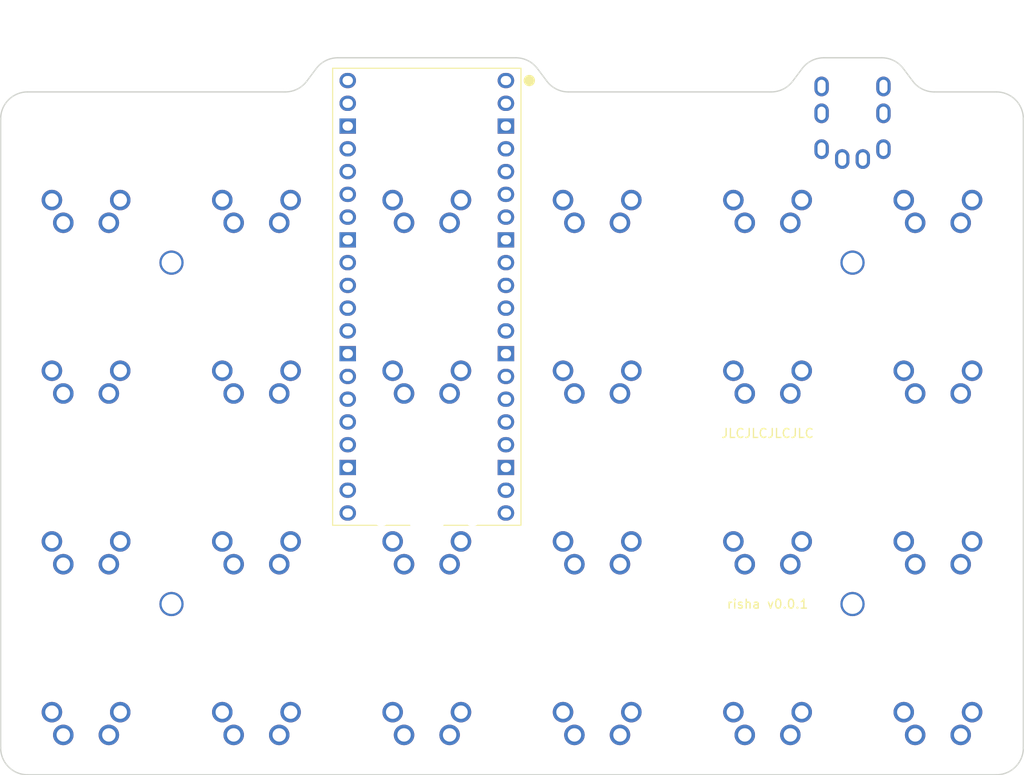
<source format=kicad_pcb>
(kicad_pcb (version 20221018) (generator pcbnew)
  (title_block (title "risha_pcb") (rev "v1.0.0") (company "Unknown"))
  (layers (0 "F.Cu" signal) (31 "B.Cu" signal) (34 "B.Paste" user) (35 "F.Paste" user) (36 "B.SilkS" user "B.Silkscreen") (37 "F.SilkS" user "F.Silkscreen") (38 "B.Mask" user) (39 "F.Mask" user) (44 "Edge.Cuts" user))
  (net 0 "")
  (net 1 "matrix_outer_mod")
  (net 2 "GND")
  (net 3 "matrix_outer_bottom")
  (net 4 "matrix_outer_home")
  (net 5 "matrix_outer_top")
  (net 6 "matrix_pinky_mod")
  (net 7 "matrix_pinky_bottom")
  (net 8 "matrix_pinky_home")
  (net 9 "matrix_pinky_top")
  (net 10 "matrix_ring_mod")
  (net 11 "matrix_ring_bottom")
  (net 12 "matrix_ring_home")
  (net 13 "matrix_ring_top")
  (net 14 "matrix_middle_mod")
  (net 15 "matrix_middle_bottom")
  (net 16 "matrix_middle_home")
  (net 17 "matrix_middle_top")
  (net 18 "matrix_index_mod")
  (net 19 "matrix_index_bottom")
  (net 20 "matrix_index_home")
  (net 21 "matrix_index_top")
  (net 22 "matrix_inner_mod")
  (net 23 "matrix_inner_bottom")
  (net 24 "matrix_inner_home")
  (net 25 "matrix_inner_top")
  (net 26 "GP0")
  (net 27 "GP1")
  (net 28 "GP2")
  (net 29 "GP3")
  (net 30 "GP4")
  (net 31 "GP5")
  (net 32 "GP6")
  (net 33 "GP7")
  (net 34 "GP8")
  (net 35 "GP9")
  (net 36 "GP10")
  (net 37 "GP11")
  (net 38 "GP12")
  (net 39 "GP13")
  (net 40 "GP14")
  (net 41 "GP15")
  (net 42 "GP16")
  (net 43 "GP17")
  (net 44 "GP18")
  (net 45 "GP19")
  (net 46 "GP20")
  (net 47 "GP21")
  (net 48 "GP22")
  (net 49 "RUN")
  (net 50 "GP26")
  (net 51 "GP27")
  (net 52 "AGND")
  (net 53 "GP28")
  (net 54 "ADC_VREF")
  (net 55 "3V3")
  (net 56 "3V3_EN")
  (net 57 "VSYS")
  (net 58 "VBUS")
  (footprint "MX" (layer "F.Cu") (at 171.4 114.3 180)
    (fp_text reference "S7" hide)
    (fp_text value "" hide)
    (pad "" np_thru_hole circle (at -5.08 0) (size 1.7018 1.7018) (drill 1.7018) (layers "*.Cu" "*.Mask"))
    (pad "" np_thru_hole circle (at 0 0) (size 3.9878 3.9878) (drill 3.9878) (layers "*.Cu" "*.Mask"))
    (pad "" np_thru_hole circle (at 5.08 0) (size 1.7018 1.7018) (drill 1.7018) (layers "*.Cu" "*.Mask"))
    (pad "1" thru_hole circle (at -2.54 -5.08) (size 2.286 2.286) (drill 1.4986) (layers "*.Cu" "*.Mask") (net 8 "matrix_pinky_home"))
    (pad "1" thru_hole circle (at 2.54 -5.08) (size 2.286 2.286) (drill 1.4986) (layers "*.Cu" "*.Mask") (net 8 "matrix_pinky_home"))
    (pad "2" thru_hole circle (at -3.81 -2.54) (size 2.286 2.286) (drill 1.4986) (layers "*.Cu" "*.Mask") (net 2 "GND"))
    (pad "2" thru_hole circle (at 3.81 -2.54) (size 2.286 2.286) (drill 1.4986) (layers "*.Cu" "*.Mask") (net 2 "GND"))
  )
  (footprint "MX" (layer "F.Cu") (at 209.4 114.3 180)
    (fp_text reference "S15" hide)
    (fp_text value "" hide)
    (pad "" np_thru_hole circle (at -5.08 0) (size 1.7018 1.7018) (drill 1.7018) (layers "*.Cu" "*.Mask"))
    (pad "" np_thru_hole circle (at 0 0) (size 3.9878 3.9878) (drill 3.9878) (layers "*.Cu" "*.Mask"))
    (pad "" np_thru_hole circle (at 5.08 0) (size 1.7018 1.7018) (drill 1.7018) (layers "*.Cu" "*.Mask"))
    (pad "1" thru_hole circle (at -2.54 -5.08) (size 2.286 2.286) (drill 1.4986) (layers "*.Cu" "*.Mask") (net 16 "matrix_middle_home"))
    (pad "1" thru_hole circle (at 2.54 -5.08) (size 2.286 2.286) (drill 1.4986) (layers "*.Cu" "*.Mask") (net 16 "matrix_middle_home"))
    (pad "2" thru_hole circle (at -3.81 -2.54) (size 2.286 2.286) (drill 1.4986) (layers "*.Cu" "*.Mask") (net 2 "GND"))
    (pad "2" thru_hole circle (at 3.81 -2.54) (size 2.286 2.286) (drill 1.4986) (layers "*.Cu" "*.Mask") (net 2 "GND"))
  )
  (footprint "MX" (layer "F.Cu") (at 228.4 114.3 180)
    (fp_text reference "S19" hide)
    (fp_text value "" hide)
    (pad "" np_thru_hole circle (at -5.08 0) (size 1.7018 1.7018) (drill 1.7018) (layers "*.Cu" "*.Mask"))
    (pad "" np_thru_hole circle (at 0 0) (size 3.9878 3.9878) (drill 3.9878) (layers "*.Cu" "*.Mask"))
    (pad "" np_thru_hole circle (at 5.08 0) (size 1.7018 1.7018) (drill 1.7018) (layers "*.Cu" "*.Mask"))
    (pad "1" thru_hole circle (at -2.54 -5.08) (size 2.286 2.286) (drill 1.4986) (layers "*.Cu" "*.Mask") (net 20 "matrix_index_home"))
    (pad "1" thru_hole circle (at 2.54 -5.08) (size 2.286 2.286) (drill 1.4986) (layers "*.Cu" "*.Mask") (net 20 "matrix_index_home"))
    (pad "2" thru_hole circle (at -3.81 -2.54) (size 2.286 2.286) (drill 1.4986) (layers "*.Cu" "*.Mask") (net 2 "GND"))
    (pad "2" thru_hole circle (at 3.81 -2.54) (size 2.286 2.286) (drill 1.4986) (layers "*.Cu" "*.Mask") (net 2 "GND"))
  )
  (footprint "MX" (layer "F.Cu") (at 152.4 152.4 180)
    (fp_text reference "S1" hide)
    (fp_text value "" hide)
    (pad "" np_thru_hole circle (at -5.08 0) (size 1.7018 1.7018) (drill 1.7018) (layers "*.Cu" "*.Mask"))
    (pad "" np_thru_hole circle (at 0 0) (size 3.9878 3.9878) (drill 3.9878) (layers "*.Cu" "*.Mask"))
    (pad "" np_thru_hole circle (at 5.08 0) (size 1.7018 1.7018) (drill 1.7018) (layers "*.Cu" "*.Mask"))
    (pad "1" thru_hole circle (at -2.54 -5.08) (size 2.286 2.286) (drill 1.4986) (layers "*.Cu" "*.Mask") (net 1 "matrix_outer_mod"))
    (pad "1" thru_hole circle (at 2.54 -5.08) (size 2.286 2.286) (drill 1.4986) (layers "*.Cu" "*.Mask") (net 1 "matrix_outer_mod"))
    (pad "2" thru_hole circle (at -3.81 -2.54) (size 2.286 2.286) (drill 1.4986) (layers "*.Cu" "*.Mask") (net 2 "GND"))
    (pad "2" thru_hole circle (at 3.81 -2.54) (size 2.286 2.286) (drill 1.4986) (layers "*.Cu" "*.Mask") (net 2 "GND"))
  )
  (footprint "MX" (layer "F.Cu") (at 209.4 95.25 180)
    (fp_text reference "S16" hide)
    (fp_text value "" hide)
    (pad "" np_thru_hole circle (at -5.08 0) (size 1.7018 1.7018) (drill 1.7018) (layers "*.Cu" "*.Mask"))
    (pad "" np_thru_hole circle (at 0 0) (size 3.9878 3.9878) (drill 3.9878) (layers "*.Cu" "*.Mask"))
    (pad "" np_thru_hole circle (at 5.08 0) (size 1.7018 1.7018) (drill 1.7018) (layers "*.Cu" "*.Mask"))
    (pad "1" thru_hole circle (at -2.54 -5.08) (size 2.286 2.286) (drill 1.4986) (layers "*.Cu" "*.Mask") (net 17 "matrix_middle_top"))
    (pad "1" thru_hole circle (at 2.54 -5.08) (size 2.286 2.286) (drill 1.4986) (layers "*.Cu" "*.Mask") (net 17 "matrix_middle_top"))
    (pad "2" thru_hole circle (at -3.81 -2.54) (size 2.286 2.286) (drill 1.4986) (layers "*.Cu" "*.Mask") (net 2 "GND"))
    (pad "2" thru_hole circle (at 3.81 -2.54) (size 2.286 2.286) (drill 1.4986) (layers "*.Cu" "*.Mask") (net 2 "GND"))
  )
  (footprint "MX" (layer "F.Cu") (at 152.4 95.25 180)
    (fp_text reference "S4" hide)
    (fp_text value "" hide)
    (pad "" np_thru_hole circle (at -5.08 0) (size 1.7018 1.7018) (drill 1.7018) (layers "*.Cu" "*.Mask"))
    (pad "" np_thru_hole circle (at 0 0) (size 3.9878 3.9878) (drill 3.9878) (layers "*.Cu" "*.Mask"))
    (pad "" np_thru_hole circle (at 5.08 0) (size 1.7018 1.7018) (drill 1.7018) (layers "*.Cu" "*.Mask"))
    (pad "1" thru_hole circle (at -2.54 -5.08) (size 2.286 2.286) (drill 1.4986) (layers "*.Cu" "*.Mask") (net 5 "matrix_outer_top"))
    (pad "1" thru_hole circle (at 2.54 -5.08) (size 2.286 2.286) (drill 1.4986) (layers "*.Cu" "*.Mask") (net 5 "matrix_outer_top"))
    (pad "2" thru_hole circle (at -3.81 -2.54) (size 2.286 2.286) (drill 1.4986) (layers "*.Cu" "*.Mask") (net 2 "GND"))
    (pad "2" thru_hole circle (at 3.81 -2.54) (size 2.286 2.286) (drill 1.4986) (layers "*.Cu" "*.Mask") (net 2 "GND"))
  )
  (footprint "MX" (layer "F.Cu") (at 152.4 133.35 180)
    (fp_text reference "S2" hide)
    (fp_text value "" hide)
    (pad "" np_thru_hole circle (at -5.08 0) (size 1.7018 1.7018) (drill 1.7018) (layers "*.Cu" "*.Mask"))
    (pad "" np_thru_hole circle (at 0 0) (size 3.9878 3.9878) (drill 3.9878) (layers "*.Cu" "*.Mask"))
    (pad "" np_thru_hole circle (at 5.08 0) (size 1.7018 1.7018) (drill 1.7018) (layers "*.Cu" "*.Mask"))
    (pad "1" thru_hole circle (at -2.54 -5.08) (size 2.286 2.286) (drill 1.4986) (layers "*.Cu" "*.Mask") (net 3 "matrix_outer_bottom"))
    (pad "1" thru_hole circle (at 2.54 -5.08) (size 2.286 2.286) (drill 1.4986) (layers "*.Cu" "*.Mask") (net 3 "matrix_outer_bottom"))
    (pad "2" thru_hole circle (at -3.81 -2.54) (size 2.286 2.286) (drill 1.4986) (layers "*.Cu" "*.Mask") (net 2 "GND"))
    (pad "2" thru_hole circle (at 3.81 -2.54) (size 2.286 2.286) (drill 1.4986) (layers "*.Cu" "*.Mask") (net 2 "GND"))
  )
  (footprint "MX" (layer "F.Cu") (at 228.4 133.35 180)
    (fp_text reference "S18" hide)
    (fp_text value "" hide)
    (pad "" np_thru_hole circle (at -5.08 0) (size 1.7018 1.7018) (drill 1.7018) (layers "*.Cu" "*.Mask"))
    (pad "" np_thru_hole circle (at 0 0) (size 3.9878 3.9878) (drill 3.9878) (layers "*.Cu" "*.Mask"))
    (pad "" np_thru_hole circle (at 5.08 0) (size 1.7018 1.7018) (drill 1.7018) (layers "*.Cu" "*.Mask"))
    (pad "1" thru_hole circle (at -2.54 -5.08) (size 2.286 2.286) (drill 1.4986) (layers "*.Cu" "*.Mask") (net 19 "matrix_index_bottom"))
    (pad "1" thru_hole circle (at 2.54 -5.08) (size 2.286 2.286) (drill 1.4986) (layers "*.Cu" "*.Mask") (net 19 "matrix_index_bottom"))
    (pad "2" thru_hole circle (at -3.81 -2.54) (size 2.286 2.286) (drill 1.4986) (layers "*.Cu" "*.Mask") (net 2 "GND"))
    (pad "2" thru_hole circle (at 3.81 -2.54) (size 2.286 2.286) (drill 1.4986) (layers "*.Cu" "*.Mask") (net 2 "GND"))
  )
  (footprint "TRRS-PJ-320A-dual" (layer "F.Cu") (at 239.025 81.915)
    (fp_text reference "TRRS1")
    (fp_text value "TRRS-PJ-320A-dual")
    (pad "" np_thru_hole circle (at -2.3 1.6) (size 1.5 1.5) (drill 1.5) (layers "*.Cu" "*.Mask"))
    (pad "" np_thru_hole circle (at -2.3 8.6) (size 1.5 1.5) (drill 1.5) (layers "*.Cu" "*.Mask"))
    (pad "" np_thru_hole circle (at 0 1.6) (size 1.5 1.5) (drill 1.5) (layers "*.Cu" "*.Mask"))
    (pad "" np_thru_hole circle (at 0 8.6) (size 1.5 1.5) (drill 1.5) (layers "*.Cu" "*.Mask"))
    (pad "1" thru_hole oval (at -2.3 11.3) (size 1.6 2.2) (drill oval 0.9 1.5) (layers "*.Cu" "*.Mask") (net 55 "3V3"))
    (pad "1" thru_hole oval (at 0 11.3) (size 1.6 2.2) (drill oval 0.9 1.5) (layers "*.Cu" "*.Mask") (net 55 "3V3"))
    (pad "2" thru_hole oval (at -4.6 10.2) (size 1.6 2.2) (drill oval 0.9 1.5) (layers "*.Cu" "*.Mask") (net 2 "GND"))
    (pad "2" thru_hole oval (at 2.3 10.2) (size 1.6 2.2) (drill oval 0.9 1.5) (layers "*.Cu" "*.Mask") (net 2 "GND"))
    (pad "3" thru_hole oval (at -4.6 6.2) (size 1.6 2.2) (drill oval 0.9 1.5) (layers "*.Cu" "*.Mask") (net 27 "GP1"))
    (pad "3" thru_hole oval (at 2.3 6.2) (size 1.6 2.2) (drill oval 0.9 1.5) (layers "*.Cu" "*.Mask") (net 26 "GP0"))
    (pad "4" thru_hole oval (at -4.6 3.2) (size 1.6 2.2) (drill oval 0.9 1.5) (layers "*.Cu" "*.Mask") (net 26 "GP0"))
    (pad "4" thru_hole oval (at 2.3 3.2) (size 1.6 2.2) (drill oval 0.9 1.5) (layers "*.Cu" "*.Mask") (net 27 "GP1"))
  )
  (footprint "RPi_Pico_TH_oval_face_down" (layer "F.Cu") (at 190.4 108.585)
    (fp_text reference "U0" hide)
    (fp_text value "Pico")
    (fp_line (start -10.5 -25.5) (end -10.5 25.5) (stroke (width 0.12)) (layer "F.SilkS"))
    (fp_line (start -10.5 -25.5) (end 10.5 -25.5) (stroke (width 0.12)) (layer "F.SilkS"))
    (fp_line (start -10.5 25.5) (end 10.5 25.5) (stroke (width 0.12)) (layer "F.SilkS"))
    (fp_line (start 10.5 -25.5) (end 10.5 25.5) (stroke (width 0.12)) (layer "F.SilkS"))
    (fp_circle (center 11.43 -24.13) (end 12.065 -24.13) (fill solid) (layer "F.SilkS"))
    (pad "1" thru_hole oval (at 8.82 -24.13) (size 1.84 1.7) (drill oval 1.16 1.02) (layers "*.Cu" "*.Mask") (net 26 "GP0"))
    (pad "2" thru_hole oval (at 8.82 -21.59) (size 1.84 1.7) (drill oval 1.16 1.02) (layers "*.Cu" "*.Mask") (net 27 "GP1"))
    (pad "3" thru_hole rect (at 8.82 -19.05) (size 1.84 1.7) (drill oval 1.16 1.02) (layers "*.Cu" "*.Mask") (net 2 "GND"))
    (pad "4" thru_hole oval (at 8.82 -16.51) (size 1.84 1.7) (drill oval 1.16 1.02) (layers "*.Cu" "*.Mask") (net 28 "GP2"))
    (pad "5" thru_hole oval (at 8.82 -13.97) (size 1.84 1.7) (drill oval 1.16 1.02) (layers "*.Cu" "*.Mask") (net 29 "GP3"))
    (pad "6" thru_hole oval (at 8.82 -11.43) (size 1.84 1.7) (drill oval 1.16 1.02) (layers "*.Cu" "*.Mask") (net 30 "GP4"))
    (pad "7" thru_hole oval (at 8.82 -8.89) (size 1.84 1.7) (drill oval 1.16 1.02) (layers "*.Cu" "*.Mask") (net 31 "GP5"))
    (pad "8" thru_hole rect (at 8.82 -6.35) (size 1.84 1.7) (drill oval 1.16 1.02) (layers "*.Cu" "*.Mask") (net 2 "GND"))
    (pad "9" thru_hole oval (at 8.82 -3.81) (size 1.84 1.7) (drill oval 1.16 1.02) (layers "*.Cu" "*.Mask") (net 32 "GP6"))
    (pad "10" thru_hole oval (at 8.82 -1.27) (size 1.84 1.7) (drill oval 1.16 1.02) (layers "*.Cu" "*.Mask") (net 33 "GP7"))
    (pad "11" thru_hole oval (at 8.82 1.27) (size 1.84 1.7) (drill oval 1.16 1.02) (layers "*.Cu" "*.Mask") (net 34 "GP8"))
    (pad "12" thru_hole oval (at 8.82 3.81) (size 1.84 1.7) (drill oval 1.16 1.02) (layers "*.Cu" "*.Mask") (net 35 "GP9"))
    (pad "13" thru_hole rect (at 8.82 6.35) (size 1.84 1.7) (drill oval 1.16 1.02) (layers "*.Cu" "*.Mask") (net 2 "GND"))
    (pad "14" thru_hole oval (at 8.82 8.89) (size 1.84 1.7) (drill oval 1.16 1.02) (layers "*.Cu" "*.Mask") (net 36 "GP10"))
    (pad "15" thru_hole oval (at 8.82 11.43) (size 1.84 1.7) (drill oval 1.16 1.02) (layers "*.Cu" "*.Mask") (net 37 "GP11"))
    (pad "16" thru_hole oval (at 8.82 13.97) (size 1.84 1.7) (drill oval 1.16 1.02) (layers "*.Cu" "*.Mask") (net 38 "GP12"))
    (pad "17" thru_hole oval (at 8.82 16.51) (size 1.84 1.7) (drill oval 1.16 1.02) (layers "*.Cu" "*.Mask") (net 39 "GP13"))
    (pad "18" thru_hole rect (at 8.82 19.05) (size 1.84 1.7) (drill oval 1.16 1.02) (layers "*.Cu" "*.Mask") (net 2 "GND"))
    (pad "19" thru_hole oval (at 8.82 21.59) (size 1.84 1.7) (drill oval 1.16 1.02) (layers "*.Cu" "*.Mask") (net 40 "GP14"))
    (pad "20" thru_hole oval (at 8.82 24.13) (size 1.84 1.7) (drill oval 1.16 1.02) (layers "*.Cu" "*.Mask") (net 41 "GP15"))
    (pad "21" thru_hole oval (at -8.82 24.13) (size 1.84 1.7) (drill oval 1.16 1.02) (layers "*.Cu" "*.Mask") (net 42 "GP16"))
    (pad "22" thru_hole oval (at -8.82 21.59) (size 1.84 1.7) (drill oval 1.16 1.02) (layers "*.Cu" "*.Mask") (net 43 "GP17"))
    (pad "23" thru_hole rect (at -8.82 19.05) (size 1.84 1.7) (drill oval 1.16 1.02) (layers "*.Cu" "*.Mask") (net 2 "GND"))
    (pad "24" thru_hole oval (at -8.82 16.51) (size 1.84 1.7) (drill oval 1.16 1.02) (layers "*.Cu" "*.Mask") (net 44 "GP18"))
    (pad "25" thru_hole oval (at -8.82 13.97) (size 1.84 1.7) (drill oval 1.16 1.02) (layers "*.Cu" "*.Mask") (net 45 "GP19"))
    (pad "26" thru_hole oval (at -8.82 11.43) (size 1.84 1.7) (drill oval 1.16 1.02) (layers "*.Cu" "*.Mask") (net 46 "GP20"))
    (pad "27" thru_hole oval (at -8.82 8.89) (size 1.84 1.7) (drill oval 1.16 1.02) (layers "*.Cu" "*.Mask") (net 47 "GP21"))
    (pad "28" thru_hole rect (at -8.82 6.35) (size 1.84 1.7) (drill oval 1.16 1.02) (layers "*.Cu" "*.Mask") (net 2 "GND"))
    (pad "29" thru_hole oval (at -8.82 3.81) (size 1.84 1.7) (drill oval 1.16 1.02) (layers "*.Cu" "*.Mask") (net 48 "GP22"))
    (pad "30" thru_hole oval (at -8.82 1.27) (size 1.84 1.7) (drill oval 1.16 1.02) (layers "*.Cu" "*.Mask") (net 49 "RUN"))
    (pad "31" thru_hole oval (at -8.82 -1.27) (size 1.84 1.7) (drill oval 1.16 1.02) (layers "*.Cu" "*.Mask") (net 50 "GP26"))
    (pad "32" thru_hole oval (at -8.82 -3.81) (size 1.84 1.7) (drill oval 1.16 1.02) (layers "*.Cu" "*.Mask") (net 51 "GP27"))
    (pad "33" thru_hole rect (at -8.82 -6.35) (size 1.84 1.7) (drill oval 1.16 1.02) (layers "*.Cu" "*.Mask") (net 52 "AGND"))
    (pad "34" thru_hole oval (at -8.82 -8.89) (size 1.84 1.7) (drill oval 1.16 1.02) (layers "*.Cu" "*.Mask") (net 53 "GP28"))
    (pad "35" thru_hole oval (at -8.82 -11.43) (size 1.84 1.7) (drill oval 1.16 1.02) (layers "*.Cu" "*.Mask") (net 54 "ADC_VREF"))
    (pad "36" thru_hole oval (at -8.82 -13.97) (size 1.84 1.7) (drill oval 1.16 1.02) (layers "*.Cu" "*.Mask") (net 55 "3V3"))
    (pad "37" thru_hole oval (at -8.82 -16.51) (size 1.84 1.7) (drill oval 1.16 1.02) (layers "*.Cu" "*.Mask") (net 56 "3V3_EN"))
    (pad "38" thru_hole rect (at -8.82 -19.05) (size 1.84 1.7) (drill oval 1.16 1.02) (layers "*.Cu" "*.Mask") (net 2 "GND"))
    (pad "39" thru_hole oval (at -8.82 -21.59) (size 1.84 1.7) (drill oval 1.16 1.02) (layers "*.Cu" "*.Mask") (net 57 "VSYS"))
    (pad "40" thru_hole oval (at -8.82 -24.13) (size 1.84 1.7) (drill oval 1.16 1.02) (layers "*.Cu" "*.Mask") (net 58 "VBUS"))
  )
  (footprint "MX" (layer "F.Cu") (at 209.4 152.4 180)
    (fp_text reference "S13" hide)
    (fp_text value "" hide)
    (pad "" np_thru_hole circle (at -5.08 0) (size 1.7018 1.7018) (drill 1.7018) (layers "*.Cu" "*.Mask"))
    (pad "" np_thru_hole circle (at 0 0) (size 3.9878 3.9878) (drill 3.9878) (layers "*.Cu" "*.Mask"))
    (pad "" np_thru_hole circle (at 5.08 0) (size 1.7018 1.7018) (drill 1.7018) (layers "*.Cu" "*.Mask"))
    (pad "1" thru_hole circle (at -2.54 -5.08) (size 2.286 2.286) (drill 1.4986) (layers "*.Cu" "*.Mask") (net 14 "matrix_middle_mod"))
    (pad "1" thru_hole circle (at 2.54 -5.08) (size 2.286 2.286) (drill 1.4986) (layers "*.Cu" "*.Mask") (net 14 "matrix_middle_mod"))
    (pad "2" thru_hole circle (at -3.81 -2.54) (size 2.286 2.286) (drill 1.4986) (layers "*.Cu" "*.Mask") (net 2 "GND"))
    (pad "2" thru_hole circle (at 3.81 -2.54) (size 2.286 2.286) (drill 1.4986) (layers "*.Cu" "*.Mask") (net 2 "GND"))
  )
  (footprint "MX" (layer "F.Cu") (at 247.4 95.25 180)
    (fp_text reference "S24" hide)
    (fp_text value "" hide)
    (pad "" np_thru_hole circle (at -5.08 0) (size 1.7018 1.7018) (drill 1.7018) (layers "*.Cu" "*.Mask"))
    (pad "" np_thru_hole circle (at 0 0) (size 3.9878 3.9878) (drill 3.9878) (layers "*.Cu" "*.Mask"))
    (pad "" np_thru_hole circle (at 5.08 0) (size 1.7018 1.7018) (drill 1.7018) (layers "*.Cu" "*.Mask"))
    (pad "1" thru_hole circle (at -2.54 -5.08) (size 2.286 2.286) (drill 1.4986) (layers "*.Cu" "*.Mask") (net 25 "matrix_inner_top"))
    (pad "1" thru_hole circle (at 2.54 -5.08) (size 2.286 2.286) (drill 1.4986) (layers "*.Cu" "*.Mask") (net 25 "matrix_inner_top"))
    (pad "2" thru_hole circle (at -3.81 -2.54) (size 2.286 2.286) (drill 1.4986) (layers "*.Cu" "*.Mask") (net 2 "GND"))
    (pad "2" thru_hole circle (at 3.81 -2.54) (size 2.286 2.286) (drill 1.4986) (layers "*.Cu" "*.Mask") (net 2 "GND"))
  )
  (footprint "MX" (layer "F.Cu") (at 171.4 152.4 180)
    (fp_text reference "S5" hide)
    (fp_text value "" hide)
    (pad "" np_thru_hole circle (at -5.08 0) (size 1.7018 1.7018) (drill 1.7018) (layers "*.Cu" "*.Mask"))
    (pad "" np_thru_hole circle (at 0 0) (size 3.9878 3.9878) (drill 3.9878) (layers "*.Cu" "*.Mask"))
    (pad "" np_thru_hole circle (at 5.08 0) (size 1.7018 1.7018) (drill 1.7018) (layers "*.Cu" "*.Mask"))
    (pad "1" thru_hole circle (at -2.54 -5.08) (size 2.286 2.286) (drill 1.4986) (layers "*.Cu" "*.Mask") (net 6 "matrix_pinky_mod"))
    (pad "1" thru_hole circle (at 2.54 -5.08) (size 2.286 2.286) (drill 1.4986) (layers "*.Cu" "*.Mask") (net 6 "matrix_pinky_mod"))
    (pad "2" thru_hole circle (at -3.81 -2.54) (size 2.286 2.286) (drill 1.4986) (layers "*.Cu" "*.Mask") (net 2 "GND"))
    (pad "2" thru_hole circle (at 3.81 -2.54) (size 2.286 2.286) (drill 1.4986) (layers "*.Cu" "*.Mask") (net 2 "GND"))
  )
  (footprint "MX" (layer "F.Cu") (at 190.4 152.4 180)
    (fp_text reference "S9" hide)
    (fp_text value "" hide)
    (pad "" np_thru_hole circle (at -5.08 0) (size 1.7018 1.7018) (drill 1.7018) (layers "*.Cu" "*.Mask"))
    (pad "" np_thru_hole circle (at 0 0) (size 3.9878 3.9878) (drill 3.9878) (layers "*.Cu" "*.Mask"))
    (pad "" np_thru_hole circle (at 5.08 0) (size 1.7018 1.7018) (drill 1.7018) (layers "*.Cu" "*.Mask"))
    (pad "1" thru_hole circle (at -2.54 -5.08) (size 2.286 2.286) (drill 1.4986) (layers "*.Cu" "*.Mask") (net 10 "matrix_ring_mod"))
    (pad "1" thru_hole circle (at 2.54 -5.08) (size 2.286 2.286) (drill 1.4986) (layers "*.Cu" "*.Mask") (net 10 "matrix_ring_mod"))
    (pad "2" thru_hole circle (at -3.81 -2.54) (size 2.286 2.286) (drill 1.4986) (layers "*.Cu" "*.Mask") (net 2 "GND"))
    (pad "2" thru_hole circle (at 3.81 -2.54) (size 2.286 2.286) (drill 1.4986) (layers "*.Cu" "*.Mask") (net 2 "GND"))
  )
  (footprint "DrillHole" (layer "F.Cu") (at 161.925 142.875)
    (fp_text reference "" (at 0 0) (layer "F.SilkS") (effects (font (size 1.27 1.27))))
    (fp_text value "" (at 0 0) (layer "F.SilkS") (effects (font (size 1.27 1.27))))
    (pad "" thru_hole circle (at 0 0) (size 2.7 2.7) (drill 2.2) (layers "*.Cu" "*.Mask"))
  )
  (footprint "MX" (layer "F.Cu") (at 190.4 114.3 180)
    (fp_text reference "S11" hide)
    (fp_text value "" hide)
    (pad "" np_thru_hole circle (at -5.08 0) (size 1.7018 1.7018) (drill 1.7018) (layers "*.Cu" "*.Mask"))
    (pad "" np_thru_hole circle (at 0 0) (size 3.9878 3.9878) (drill 3.9878) (layers "*.Cu" "*.Mask"))
    (pad "" np_thru_hole circle (at 5.08 0) (size 1.7018 1.7018) (drill 1.7018) (layers "*.Cu" "*.Mask"))
    (pad "1" thru_hole circle (at -2.54 -5.08) (size 2.286 2.286) (drill 1.4986) (layers "*.Cu" "*.Mask") (net 12 "matrix_ring_home"))
    (pad "1" thru_hole circle (at 2.54 -5.08) (size 2.286 2.286) (drill 1.4986) (layers "*.Cu" "*.Mask") (net 12 "matrix_ring_home"))
    (pad "2" thru_hole circle (at -3.81 -2.54) (size 2.286 2.286) (drill 1.4986) (layers "*.Cu" "*.Mask") (net 2 "GND"))
    (pad "2" thru_hole circle (at 3.81 -2.54) (size 2.286 2.286) (drill 1.4986) (layers "*.Cu" "*.Mask") (net 2 "GND"))
  )
  (footprint "MX" (layer "F.Cu") (at 247.4 152.4 180)
    (fp_text reference "S21" hide)
    (fp_text value "" hide)
    (pad "" np_thru_hole circle (at -5.08 0) (size 1.7018 1.7018) (drill 1.7018) (layers "*.Cu" "*.Mask"))
    (pad "" np_thru_hole circle (at 0 0) (size 3.9878 3.9878) (drill 3.9878) (layers "*.Cu" "*.Mask"))
    (pad "" np_thru_hole circle (at 5.08 0) (size 1.7018 1.7018) (drill 1.7018) (layers "*.Cu" "*.Mask"))
    (pad "1" thru_hole circle (at -2.54 -5.08) (size 2.286 2.286) (drill 1.4986) (layers "*.Cu" "*.Mask") (net 22 "matrix_inner_mod"))
    (pad "1" thru_hole circle (at 2.54 -5.08) (size 2.286 2.286) (drill 1.4986) (layers "*.Cu" "*.Mask") (net 22 "matrix_inner_mod"))
    (pad "2" thru_hole circle (at -3.81 -2.54) (size 2.286 2.286) (drill 1.4986) (layers "*.Cu" "*.Mask") (net 2 "GND"))
    (pad "2" thru_hole circle (at 3.81 -2.54) (size 2.286 2.286) (drill 1.4986) (layers "*.Cu" "*.Mask") (net 2 "GND"))
  )
  (footprint "MX" (layer "F.Cu") (at 209.4 133.35 180)
    (fp_text reference "S14" hide)
    (fp_text value "" hide)
    (pad "" np_thru_hole circle (at -5.08 0) (size 1.7018 1.7018) (drill 1.7018) (layers "*.Cu" "*.Mask"))
    (pad "" np_thru_hole circle (at 0 0) (size 3.9878 3.9878) (drill 3.9878) (layers "*.Cu" "*.Mask"))
    (pad "" np_thru_hole circle (at 5.08 0) (size 1.7018 1.7018) (drill 1.7018) (layers "*.Cu" "*.Mask"))
    (pad "1" thru_hole circle (at -2.54 -5.08) (size 2.286 2.286) (drill 1.4986) (layers "*.Cu" "*.Mask") (net 15 "matrix_middle_bottom"))
    (pad "1" thru_hole circle (at 2.54 -5.08) (size 2.286 2.286) (drill 1.4986) (layers "*.Cu" "*.Mask") (net 15 "matrix_middle_bottom"))
    (pad "2" thru_hole circle (at -3.81 -2.54) (size 2.286 2.286) (drill 1.4986) (layers "*.Cu" "*.Mask") (net 2 "GND"))
    (pad "2" thru_hole circle (at 3.81 -2.54) (size 2.286 2.286) (drill 1.4986) (layers "*.Cu" "*.Mask") (net 2 "GND"))
  )
  (footprint "MX" (layer "F.Cu") (at 228.4 95.25 180)
    (fp_text reference "S20" hide)
    (fp_text value "" hide)
    (pad "" np_thru_hole circle (at -5.08 0) (size 1.7018 1.7018) (drill 1.7018) (layers "*.Cu" "*.Mask"))
    (pad "" np_thru_hole circle (at 0 0) (size 3.9878 3.9878) (drill 3.9878) (layers "*.Cu" "*.Mask"))
    (pad "" np_thru_hole circle (at 5.08 0) (size 1.7018 1.7018) (drill 1.7018) (layers "*.Cu" "*.Mask"))
    (pad "1" thru_hole circle (at -2.54 -5.08) (size 2.286 2.286) (drill 1.4986) (layers "*.Cu" "*.Mask") (net 21 "matrix_index_top"))
    (pad "1" thru_hole circle (at 2.54 -5.08) (size 2.286 2.286) (drill 1.4986) (layers "*.Cu" "*.Mask") (net 21 "matrix_index_top"))
    (pad "2" thru_hole circle (at -3.81 -2.54) (size 2.286 2.286) (drill 1.4986) (layers "*.Cu" "*.Mask") (net 2 "GND"))
    (pad "2" thru_hole circle (at 3.81 -2.54) (size 2.286 2.286) (drill 1.4986) (layers "*.Cu" "*.Mask") (net 2 "GND"))
  )
  (footprint "MX" (layer "F.Cu") (at 152.4 114.3 180)
    (fp_text reference "S3" hide)
    (fp_text value "" hide)
    (pad "" np_thru_hole circle (at -5.08 0) (size 1.7018 1.7018) (drill 1.7018) (layers "*.Cu" "*.Mask"))
    (pad "" np_thru_hole circle (at 0 0) (size 3.9878 3.9878) (drill 3.9878) (layers "*.Cu" "*.Mask"))
    (pad "" np_thru_hole circle (at 5.08 0) (size 1.7018 1.7018) (drill 1.7018) (layers "*.Cu" "*.Mask"))
    (pad "1" thru_hole circle (at -2.54 -5.08) (size 2.286 2.286) (drill 1.4986) (layers "*.Cu" "*.Mask") (net 4 "matrix_outer_home"))
    (pad "1" thru_hole circle (at 2.54 -5.08) (size 2.286 2.286) (drill 1.4986) (layers "*.Cu" "*.Mask") (net 4 "matrix_outer_home"))
    (pad "2" thru_hole circle (at -3.81 -2.54) (size 2.286 2.286) (drill 1.4986) (layers "*.Cu" "*.Mask") (net 2 "GND"))
    (pad "2" thru_hole circle (at 3.81 -2.54) (size 2.286 2.286) (drill 1.4986) (layers "*.Cu" "*.Mask") (net 2 "GND"))
  )
  (footprint "MX" (layer "F.Cu") (at 228.4 152.4 180)
    (fp_text reference "S17" hide)
    (fp_text value "" hide)
    (pad "" np_thru_hole circle (at -5.08 0) (size 1.7018 1.7018) (drill 1.7018) (layers "*.Cu" "*.Mask"))
    (pad "" np_thru_hole circle (at 0 0) (size 3.9878 3.9878) (drill 3.9878) (layers "*.Cu" "*.Mask"))
    (pad "" np_thru_hole circle (at 5.08 0) (size 1.7018 1.7018) (drill 1.7018) (layers "*.Cu" "*.Mask"))
    (pad "1" thru_hole circle (at -2.54 -5.08) (size 2.286 2.286) (drill 1.4986) (layers "*.Cu" "*.Mask") (net 18 "matrix_index_mod"))
    (pad "1" thru_hole circle (at 2.54 -5.08) (size 2.286 2.286) (drill 1.4986) (layers "*.Cu" "*.Mask") (net 18 "matrix_index_mod"))
    (pad "2" thru_hole circle (at -3.81 -2.54) (size 2.286 2.286) (drill 1.4986) (layers "*.Cu" "*.Mask") (net 2 "GND"))
    (pad "2" thru_hole circle (at 3.81 -2.54) (size 2.286 2.286) (drill 1.4986) (layers "*.Cu" "*.Mask") (net 2 "GND"))
  )
  (footprint "DrillHole" (layer "F.Cu") (at 161.925 104.775)
    (fp_text reference "" (at 0 0) (layer "F.SilkS") (effects (font (size 1.27 1.27))))
    (fp_text value "" (at 0 0) (layer "F.SilkS") (effects (font (size 1.27 1.27))))
    (pad "" thru_hole circle (at 0 0) (size 2.7 2.7) (drill 2.2) (layers "*.Cu" "*.Mask"))
  )
  (footprint "MX" (layer "F.Cu") (at 190.4 133.35 180)
    (fp_text reference "S10" hide)
    (fp_text value "" hide)
    (pad "" np_thru_hole circle (at -5.08 0) (size 1.7018 1.7018) (drill 1.7018) (layers "*.Cu" "*.Mask"))
    (pad "" np_thru_hole circle (at 0 0) (size 3.9878 3.9878) (drill 3.9878) (layers "*.Cu" "*.Mask"))
    (pad "" np_thru_hole circle (at 5.08 0) (size 1.7018 1.7018) (drill 1.7018) (layers "*.Cu" "*.Mask"))
    (pad "1" thru_hole circle (at -2.54 -5.08) (size 2.286 2.286) (drill 1.4986) (layers "*.Cu" "*.Mask") (net 11 "matrix_ring_bottom"))
    (pad "1" thru_hole circle (at 2.54 -5.08) (size 2.286 2.286) (drill 1.4986) (layers "*.Cu" "*.Mask") (net 11 "matrix_ring_bottom"))
    (pad "2" thru_hole circle (at -3.81 -2.54) (size 2.286 2.286) (drill 1.4986) (layers "*.Cu" "*.Mask") (net 2 "GND"))
    (pad "2" thru_hole circle (at 3.81 -2.54) (size 2.286 2.286) (drill 1.4986) (layers "*.Cu" "*.Mask") (net 2 "GND"))
  )
  (footprint "DrillHole" (layer "F.Cu") (at 237.875 142.875)
    (fp_text reference "" (at 0 0) (layer "F.SilkS") (effects (font (size 1.27 1.27))))
    (fp_text value "" (at 0 0) (layer "F.SilkS") (effects (font (size 1.27 1.27))))
    (pad "" thru_hole circle (at 0 0) (size 2.7 2.7) (drill 2.2) (layers "*.Cu" "*.Mask"))
  )
  (footprint "MX" (layer "F.Cu") (at 247.4 114.3 180)
    (fp_text reference "S23" hide)
    (fp_text value "" hide)
    (pad "" np_thru_hole circle (at -5.08 0) (size 1.7018 1.7018) (drill 1.7018) (layers "*.Cu" "*.Mask"))
    (pad "" np_thru_hole circle (at 0 0) (size 3.9878 3.9878) (drill 3.9878) (layers "*.Cu" "*.Mask"))
    (pad "" np_thru_hole circle (at 5.08 0) (size 1.7018 1.7018) (drill 1.7018) (layers "*.Cu" "*.Mask"))
    (pad "1" thru_hole circle (at -2.54 -5.08) (size 2.286 2.286) (drill 1.4986) (layers "*.Cu" "*.Mask") (net 24 "matrix_inner_home"))
    (pad "1" thru_hole circle (at 2.54 -5.08) (size 2.286 2.286) (drill 1.4986) (layers "*.Cu" "*.Mask") (net 24 "matrix_inner_home"))
    (pad "2" thru_hole circle (at -3.81 -2.54) (size 2.286 2.286) (drill 1.4986) (layers "*.Cu" "*.Mask") (net 2 "GND"))
    (pad "2" thru_hole circle (at 3.81 -2.54) (size 2.286 2.286) (drill 1.4986) (layers "*.Cu" "*.Mask") (net 2 "GND"))
  )
  (footprint "MX" (layer "F.Cu") (at 171.4 133.35 180)
    (fp_text reference "S6" hide)
    (fp_text value "" hide)
    (pad "" np_thru_hole circle (at -5.08 0) (size 1.7018 1.7018) (drill 1.7018) (layers "*.Cu" "*.Mask"))
    (pad "" np_thru_hole circle (at 0 0) (size 3.9878 3.9878) (drill 3.9878) (layers "*.Cu" "*.Mask"))
    (pad "" np_thru_hole circle (at 5.08 0) (size 1.7018 1.7018) (drill 1.7018) (layers "*.Cu" "*.Mask"))
    (pad "1" thru_hole circle (at -2.54 -5.08) (size 2.286 2.286) (drill 1.4986) (layers "*.Cu" "*.Mask") (net 7 "matrix_pinky_bottom"))
    (pad "1" thru_hole circle (at 2.54 -5.08) (size 2.286 2.286) (drill 1.4986) (layers "*.Cu" "*.Mask") (net 7 "matrix_pinky_bottom"))
    (pad "2" thru_hole circle (at -3.81 -2.54) (size 2.286 2.286) (drill 1.4986) (layers "*.Cu" "*.Mask") (net 2 "GND"))
    (pad "2" thru_hole circle (at 3.81 -2.54) (size 2.286 2.286) (drill 1.4986) (layers "*.Cu" "*.Mask") (net 2 "GND"))
  )
  (footprint "MX" (layer "F.Cu") (at 171.4 95.25 180)
    (fp_text reference "S8" hide)
    (fp_text value "" hide)
    (pad "" np_thru_hole circle (at -5.08 0) (size 1.7018 1.7018) (drill 1.7018) (layers "*.Cu" "*.Mask"))
    (pad "" np_thru_hole circle (at 0 0) (size 3.9878 3.9878) (drill 3.9878) (layers "*.Cu" "*.Mask"))
    (pad "" np_thru_hole circle (at 5.08 0) (size 1.7018 1.7018) (drill 1.7018) (layers "*.Cu" "*.Mask"))
    (pad "1" thru_hole circle (at -2.54 -5.08) (size 2.286 2.286) (drill 1.4986) (layers "*.Cu" "*.Mask") (net 9 "matrix_pinky_top"))
    (pad "1" thru_hole circle (at 2.54 -5.08) (size 2.286 2.286) (drill 1.4986) (layers "*.Cu" "*.Mask") (net 9 "matrix_pinky_top"))
    (pad "2" thru_hole circle (at -3.81 -2.54) (size 2.286 2.286) (drill 1.4986) (layers "*.Cu" "*.Mask") (net 2 "GND"))
    (pad "2" thru_hole circle (at 3.81 -2.54) (size 2.286 2.286) (drill 1.4986) (layers "*.Cu" "*.Mask") (net 2 "GND"))
  )
  (footprint "DrillHole" (layer "F.Cu") (at 237.875 104.775)
    (fp_text reference "" (at 0 0) (layer "F.SilkS") (effects (font (size 1.27 1.27))))
    (fp_text value "" (at 0 0) (layer "F.SilkS") (effects (font (size 1.27 1.27))))
    (pad "" thru_hole circle (at 0 0) (size 2.7 2.7) (drill 2.2) (layers "*.Cu" "*.Mask"))
  )
  (footprint "MX" (layer "F.Cu") (at 247.4 133.35 180)
    (fp_text reference "S22" hide)
    (fp_text value "" hide)
    (pad "" np_thru_hole circle (at -5.08 0) (size 1.7018 1.7018) (drill 1.7018) (layers "*.Cu" "*.Mask"))
    (pad "" np_thru_hole circle (at 0 0) (size 3.9878 3.9878) (drill 3.9878) (layers "*.Cu" "*.Mask"))
    (pad "" np_thru_hole circle (at 5.08 0) (size 1.7018 1.7018) (drill 1.7018) (layers "*.Cu" "*.Mask"))
    (pad "1" thru_hole circle (at -2.54 -5.08) (size 2.286 2.286) (drill 1.4986) (layers "*.Cu" "*.Mask") (net 23 "matrix_inner_bottom"))
    (pad "1" thru_hole circle (at 2.54 -5.08) (size 2.286 2.286) (drill 1.4986) (layers "*.Cu" "*.Mask") (net 23 "matrix_inner_bottom"))
    (pad "2" thru_hole circle (at -3.81 -2.54) (size 2.286 2.286) (drill 1.4986) (layers "*.Cu" "*.Mask") (net 2 "GND"))
    (pad "2" thru_hole circle (at 3.81 -2.54) (size 2.286 2.286) (drill 1.4986) (layers "*.Cu" "*.Mask") (net 2 "GND"))
  )
  (footprint "MX" (layer "F.Cu") (at 190.4 95.25 180)
    (fp_text reference "S12" hide)
    (fp_text value "" hide)
    (pad "" np_thru_hole circle (at -5.08 0) (size 1.7018 1.7018) (drill 1.7018) (layers "*.Cu" "*.Mask"))
    (pad "" np_thru_hole circle (at 0 0) (size 3.9878 3.9878) (drill 3.9878) (layers "*.Cu" "*.Mask"))
    (pad "" np_thru_hole circle (at 5.08 0) (size 1.7018 1.7018) (drill 1.7018) (layers "*.Cu" "*.Mask"))
    (pad "1" thru_hole circle (at -2.54 -5.08) (size 2.286 2.286) (drill 1.4986) (layers "*.Cu" "*.Mask") (net 13 "matrix_ring_top"))
    (pad "1" thru_hole circle (at 2.54 -5.08) (size 2.286 2.286) (drill 1.4986) (layers "*.Cu" "*.Mask") (net 13 "matrix_ring_top"))
    (pad "2" thru_hole circle (at -3.81 -2.54) (size 2.286 2.286) (drill 1.4986) (layers "*.Cu" "*.Mask") (net 2 "GND"))
    (pad "2" thru_hole circle (at 3.81 -2.54) (size 2.286 2.286) (drill 1.4986) (layers "*.Cu" "*.Mask") (net 2 "GND"))
  )
  (gr_line (start 246.995 85.725) (end 253.925 85.725) (stroke (width 0.15)) (layer "Edge.Cuts"))
  (gr_line (start 142.875 158.925) (end 142.875 88.725) (stroke (width 0.15)) (layer "Edge.Cuts"))
  (gr_line (start 206.1875 85.725) (end 228.805 85.725) (stroke (width 0.15)) (layer "Edge.Cuts"))
  (gr_arc (start 145.875 161.925) (mid 143.75368 161.04632) (end 142.875 158.925) (stroke (width 0.15)) (layer "Edge.Cuts"))
  (gr_line (start 253.925 161.925) (end 145.875 161.925) (stroke (width 0.15)) (layer "Edge.Cuts"))
  (gr_line (start 256.925 88.725) (end 256.925 158.925) (stroke (width 0.15)) (layer "Edge.Cuts"))
  (gr_arc (start 246.995 85.725) (mid 245.653359 85.408282) (end 244.595 84.525) (stroke (width 0.15)) (layer "Edge.Cuts"))
  (gr_line (start 243.5375 83.115) (end 244.595 84.525) (stroke (width 0.15)) (layer "Edge.Cuts"))
  (gr_arc (start 177.0125 84.525) (mid 175.954141 85.408282) (end 174.6125 85.725) (stroke (width 0.15)) (layer "Edge.Cuts"))
  (gr_arc (start 253.925 85.725) (mid 256.04632 86.60368) (end 256.925 88.725) (stroke (width 0.15)) (layer "Edge.Cuts"))
  (gr_arc (start 178.07 83.115) (mid 179.128359 82.231718) (end 180.47 81.915) (stroke (width 0.15)) (layer "Edge.Cuts"))
  (gr_line (start 177.0125 84.525) (end 178.07 83.115) (stroke (width 0.15)) (layer "Edge.Cuts"))
  (gr_line (start 145.875 85.725) (end 174.6125 85.725) (stroke (width 0.15)) (layer "Edge.Cuts"))
  (gr_line (start 180.47 81.915) (end 200.33 81.915) (stroke (width 0.15)) (layer "Edge.Cuts"))
  (gr_arc (start 232.2625 83.115) (mid 233.320859 82.231718) (end 234.6625 81.915) (stroke (width 0.15)) (layer "Edge.Cuts"))
  (gr_line (start 231.205 84.525) (end 232.2625 83.115) (stroke (width 0.15)) (layer "Edge.Cuts"))
  (gr_line (start 202.73 83.115) (end 203.7875 84.525) (stroke (width 0.15)) (layer "Edge.Cuts"))
  (gr_arc (start 200.33 81.915) (mid 201.671641 82.231718) (end 202.73 83.115) (stroke (width 0.15)) (layer "Edge.Cuts"))
  (gr_arc (start 142.875 88.725) (mid 143.75368 86.60368) (end 145.875 85.725) (stroke (width 0.15)) (layer "Edge.Cuts"))
  (gr_line (start 234.6625 81.915) (end 241.1375 81.915) (stroke (width 0.15)) (layer "Edge.Cuts"))
  (gr_arc (start 241.1375 81.915) (mid 242.479141 82.231718) (end 243.5375 83.115) (stroke (width 0.15)) (layer "Edge.Cuts"))
  (gr_arc (start 231.205 84.525) (mid 230.146641 85.408282) (end 228.805 85.725) (stroke (width 0.15)) (layer "Edge.Cuts"))
  (gr_arc (start 206.1875 85.725) (mid 204.845859 85.408282) (end 203.7875 84.525) (stroke (width 0.15)) (layer "Edge.Cuts"))
  (gr_arc (start 256.925 158.925) (mid 256.04632 161.04632) (end 253.925 161.925) (stroke (width 0.15)) (layer "Edge.Cuts"))
  (gr_text "JLCJLCJLCJLC" (at 228.4 123.825) (layer "F.SilkS") (effects (font (size 1 1))))
  (gr_text "risha v0.0.1" (at 228.4 142.875) (layer "F.SilkS") (effects (font (size 1 1))))
)
</source>
